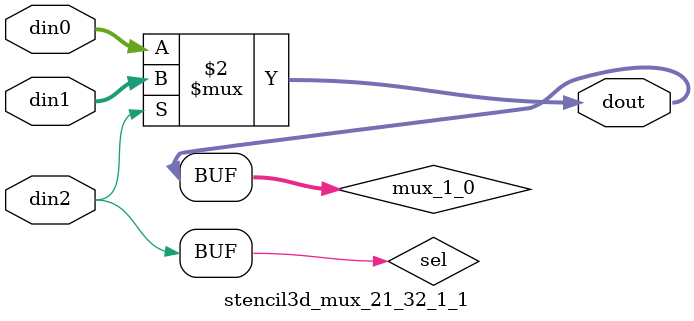
<source format=v>

`timescale 1ns/1ps

module stencil3d_mux_21_32_1_1 #(
parameter
    ID                = 0,
    NUM_STAGE         = 1,
    din0_WIDTH       = 32,
    din1_WIDTH       = 32,
    din2_WIDTH         = 32,
    dout_WIDTH            = 32
)(
    input  [31 : 0]     din0,
    input  [31 : 0]     din1,
    input  [0 : 0]    din2,
    output [31 : 0]   dout);

// puts internal signals
wire [0 : 0]     sel;
// level 1 signals
wire [31 : 0]         mux_1_0;

assign sel = din2;

// Generate level 1 logic
assign mux_1_0 = (sel[0] == 0)? din0 : din1;

// output logic
assign dout = mux_1_0;

endmodule

</source>
